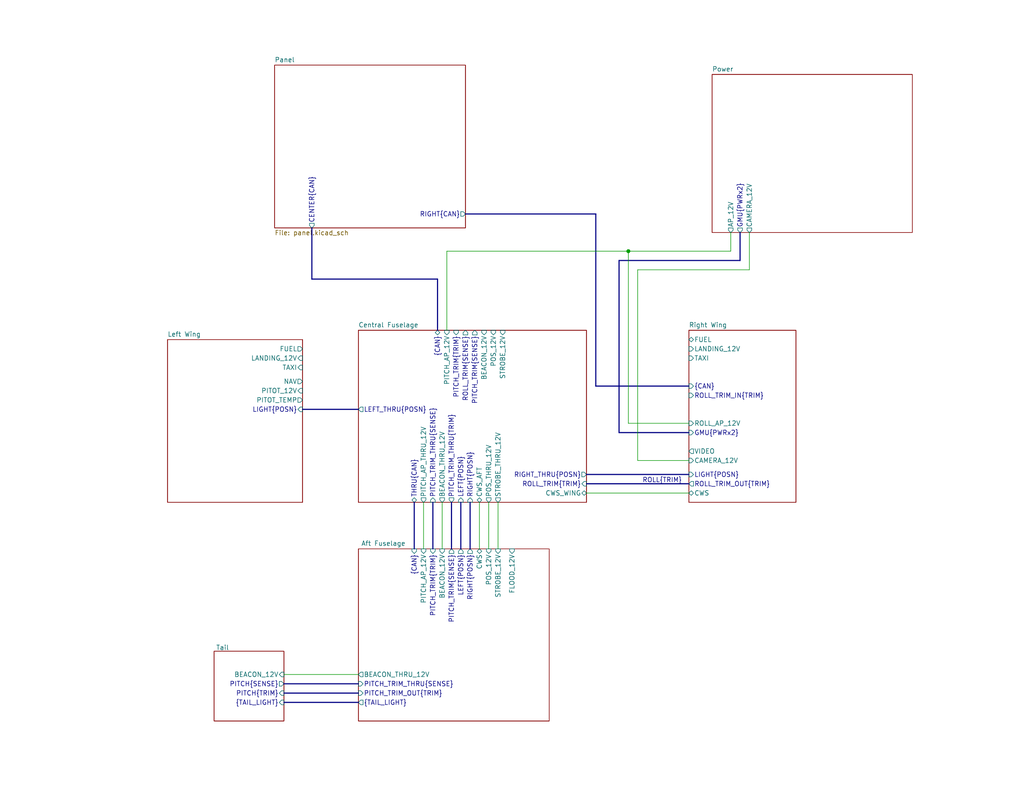
<source format=kicad_sch>
(kicad_sch
	(version 20250114)
	(generator "eeschema")
	(generator_version "9.0")
	(uuid "8f70a519-989e-4461-b188-ee220b2df3e4")
	(paper "USLetter")
	(title_block
		(title "RV-7 Electrical")
		(date "2025-08-19")
		(rev "1")
		(company "Ivan Dubrov")
	)
	(lib_symbols)
	(bus_alias "CAN"
		(members "HI" "LO")
	)
	(bus_alias "TAIL_LIGHT"
		(members "TAIL+" "TAIL-" "SHIELD")
	)
	(junction
		(at 171.45 68.58)
		(diameter 0)
		(color 0 0 0 0)
		(uuid "d4575588-3fe9-42d2-bdd3-59f835c30f00")
	)
	(bus
		(pts
			(xy 77.47 189.23) (xy 97.79 189.23)
		)
		(stroke
			(width 0)
			(type default)
		)
		(uuid "079fa061-7507-48bf-90af-35b05a82cbe4")
	)
	(wire
		(pts
			(xy 115.57 137.16) (xy 115.57 149.86)
		)
		(stroke
			(width 0)
			(type default)
		)
		(uuid "0b0ddbd3-541e-474d-8e0e-e395e248b1a6")
	)
	(wire
		(pts
			(xy 204.47 73.66) (xy 173.99 73.66)
		)
		(stroke
			(width 0)
			(type default)
		)
		(uuid "236ffac4-f536-4c4d-aa4f-4e8c66e04796")
	)
	(wire
		(pts
			(xy 130.81 137.16) (xy 130.81 149.86)
		)
		(stroke
			(width 0)
			(type default)
		)
		(uuid "2c1d7ac8-acc2-4998-be74-b28713874a4a")
	)
	(wire
		(pts
			(xy 204.47 63.5) (xy 204.47 73.66)
		)
		(stroke
			(width 0)
			(type default)
		)
		(uuid "3aee22f6-11d4-4a63-b181-7c3fc20259a6")
	)
	(bus
		(pts
			(xy 162.56 58.42) (xy 127 58.42)
		)
		(stroke
			(width 0)
			(type default)
		)
		(uuid "3c400346-fb89-4c70-bead-f264c79523f2")
	)
	(wire
		(pts
			(xy 77.47 184.15) (xy 97.79 184.15)
		)
		(stroke
			(width 0)
			(type default)
		)
		(uuid "3d3801af-3cdf-4bc9-96ed-753f9f682a93")
	)
	(bus
		(pts
			(xy 85.09 62.23) (xy 85.09 76.2)
		)
		(stroke
			(width 0)
			(type default)
		)
		(uuid "3f8d1cc9-d321-43f7-a276-425bcef16265")
	)
	(bus
		(pts
			(xy 160.02 132.08) (xy 187.96 132.08)
		)
		(stroke
			(width 0)
			(type default)
		)
		(uuid "4c3b15c4-5d81-4fbd-8bcf-d6868ba9213b")
	)
	(wire
		(pts
			(xy 199.39 63.5) (xy 199.39 68.58)
		)
		(stroke
			(width 0)
			(type default)
		)
		(uuid "515c561e-0167-4927-8284-1dc295178d84")
	)
	(wire
		(pts
			(xy 171.45 68.58) (xy 171.45 115.57)
		)
		(stroke
			(width 0)
			(type default)
		)
		(uuid "51bebb95-41c1-4b70-b03e-9b266ab3a8e8")
	)
	(bus
		(pts
			(xy 118.11 137.16) (xy 118.11 149.86)
		)
		(stroke
			(width 0)
			(type default)
		)
		(uuid "56fa0bfd-a58d-46bf-a1d7-e7d29173109d")
	)
	(bus
		(pts
			(xy 128.27 137.16) (xy 128.27 149.86)
		)
		(stroke
			(width 0)
			(type default)
		)
		(uuid "57c4d3e9-47fa-4574-af52-d5795c8d67c4")
	)
	(wire
		(pts
			(xy 173.99 125.73) (xy 187.96 125.73)
		)
		(stroke
			(width 0)
			(type default)
		)
		(uuid "59aebad4-3016-425b-8d60-3479f4409713")
	)
	(bus
		(pts
			(xy 123.19 137.16) (xy 123.19 149.86)
		)
		(stroke
			(width 0)
			(type default)
		)
		(uuid "5f3bef1c-9cd6-49ee-ae71-17ecece8b28e")
	)
	(bus
		(pts
			(xy 77.47 186.69) (xy 97.79 186.69)
		)
		(stroke
			(width 0)
			(type default)
		)
		(uuid "605cc4bf-a85c-407f-bb7d-eac3909f3ace")
	)
	(wire
		(pts
			(xy 121.92 90.17) (xy 121.92 68.58)
		)
		(stroke
			(width 0)
			(type default)
		)
		(uuid "69343e3e-1ffe-4851-a9a5-eb0814ccaa51")
	)
	(wire
		(pts
			(xy 135.89 137.16) (xy 135.89 149.86)
		)
		(stroke
			(width 0)
			(type default)
		)
		(uuid "733ac974-279e-4c21-9513-f0569564e60f")
	)
	(bus
		(pts
			(xy 85.09 76.2) (xy 119.38 76.2)
		)
		(stroke
			(width 0)
			(type default)
		)
		(uuid "7536cbca-398b-4893-9b94-54b421456ce8")
	)
	(wire
		(pts
			(xy 173.99 73.66) (xy 173.99 125.73)
		)
		(stroke
			(width 0)
			(type default)
		)
		(uuid "78979d25-ee71-48d0-97f3-865bacdb0fe1")
	)
	(bus
		(pts
			(xy 201.93 71.12) (xy 201.93 63.5)
		)
		(stroke
			(width 0)
			(type default)
		)
		(uuid "89952b39-5fb5-4edc-9361-983b5f19ff5e")
	)
	(wire
		(pts
			(xy 133.35 137.16) (xy 133.35 149.86)
		)
		(stroke
			(width 0)
			(type default)
		)
		(uuid "89967d3c-ec1b-49c9-a514-0151ea7a7ea2")
	)
	(bus
		(pts
			(xy 168.91 118.11) (xy 168.91 71.12)
		)
		(stroke
			(width 0)
			(type default)
		)
		(uuid "8b9a7370-9af6-471c-84ad-e7ead56f2a70")
	)
	(bus
		(pts
			(xy 160.02 129.54) (xy 187.96 129.54)
		)
		(stroke
			(width 0)
			(type default)
		)
		(uuid "8eab1ffa-f36f-49ef-8553-bee10209f19f")
	)
	(wire
		(pts
			(xy 199.39 68.58) (xy 171.45 68.58)
		)
		(stroke
			(width 0)
			(type default)
		)
		(uuid "92e17004-e49e-4fbf-9670-a0d3f87d9601")
	)
	(bus
		(pts
			(xy 113.03 137.16) (xy 113.03 149.86)
		)
		(stroke
			(width 0)
			(type default)
		)
		(uuid "93c2e5ee-729c-4bfd-b0f6-831c21303a37")
	)
	(bus
		(pts
			(xy 162.56 58.42) (xy 162.56 105.41)
		)
		(stroke
			(width 0)
			(type default)
		)
		(uuid "9aab3abe-be8f-4b7a-9ccb-14f450412e8d")
	)
	(wire
		(pts
			(xy 171.45 115.57) (xy 187.96 115.57)
		)
		(stroke
			(width 0)
			(type default)
		)
		(uuid "9b6798fd-7a7d-44ea-a467-f0a79a55465e")
	)
	(bus
		(pts
			(xy 187.96 118.11) (xy 168.91 118.11)
		)
		(stroke
			(width 0)
			(type default)
		)
		(uuid "a5ddc43f-bada-4b2a-bd27-53f285b17483")
	)
	(bus
		(pts
			(xy 168.91 71.12) (xy 201.93 71.12)
		)
		(stroke
			(width 0)
			(type default)
		)
		(uuid "b1057a84-d1f3-4509-ab26-bf75fd19417a")
	)
	(bus
		(pts
			(xy 187.96 105.41) (xy 162.56 105.41)
		)
		(stroke
			(width 0)
			(type default)
		)
		(uuid "ba53a015-56c9-453f-90aa-51dda4c356fc")
	)
	(wire
		(pts
			(xy 160.02 134.62) (xy 187.96 134.62)
		)
		(stroke
			(width 0)
			(type default)
		)
		(uuid "bdc25a90-46f9-4dbf-91b7-c90bd195055a")
	)
	(bus
		(pts
			(xy 125.73 137.16) (xy 125.73 149.86)
		)
		(stroke
			(width 0)
			(type default)
		)
		(uuid "ca448940-a10d-44d5-9a89-64b840221a12")
	)
	(wire
		(pts
			(xy 121.92 68.58) (xy 171.45 68.58)
		)
		(stroke
			(width 0)
			(type default)
		)
		(uuid "df980f55-a5c4-47e6-9846-d165def4f824")
	)
	(bus
		(pts
			(xy 77.47 191.77) (xy 97.79 191.77)
		)
		(stroke
			(width 0)
			(type default)
		)
		(uuid "e35a09c9-a11f-40d7-96a3-62c5ec81d62f")
	)
	(bus
		(pts
			(xy 119.38 76.2) (xy 119.38 90.17)
		)
		(stroke
			(width 0)
			(type default)
		)
		(uuid "ec8a97bf-d9b1-49a3-a4f1-491f93aa1fc4")
	)
	(wire
		(pts
			(xy 120.65 137.16) (xy 120.65 149.86)
		)
		(stroke
			(width 0)
			(type default)
		)
		(uuid "ef045b4b-4a31-4bbd-bbb3-8d1b016fb369")
	)
	(bus
		(pts
			(xy 82.55 111.76) (xy 97.79 111.76)
		)
		(stroke
			(width 0)
			(type default)
		)
		(uuid "fbacffb1-0c23-47b1-9bec-e15b094c816c")
	)
	(label "ROLL{TRIM}"
		(at 175.26 132.08 0)
		(effects
			(font
				(size 1.27 1.27)
			)
			(justify left bottom)
		)
		(uuid "84d25711-de83-4665-9a14-2db99145f76d")
	)
	(sheet
		(at 74.93 17.78)
		(size 52.07 44.45)
		(exclude_from_sim no)
		(in_bom yes)
		(on_board yes)
		(dnp no)
		(fields_autoplaced yes)
		(stroke
			(width 0.1524)
			(type solid)
		)
		(fill
			(color 0 0 0 0.0000)
		)
		(uuid "42ef676b-1ef8-420a-9c9c-db5f3a1ea4d7")
		(property "Sheetname" "Panel"
			(at 74.93 17.0684 0)
			(effects
				(font
					(size 1.27 1.27)
				)
				(justify left bottom)
			)
		)
		(property "Sheetfile" "panel.kicad_sch"
			(at 74.93 62.8146 0)
			(effects
				(font
					(size 1.27 1.27)
				)
				(justify left top)
			)
		)
		(pin "CENTER{CAN}" output
			(at 85.09 62.23 270)
			(uuid "bb32e1f1-613a-4065-b036-f42d08e9d221")
			(effects
				(font
					(size 1.27 1.27)
				)
				(justify left)
			)
		)
		(pin "RIGHT{CAN}" output
			(at 127 58.42 0)
			(uuid "eff3cc6b-e848-44f3-a103-310d8f10c783")
			(effects
				(font
					(size 1.27 1.27)
				)
				(justify right)
			)
		)
		(instances
			(project "electrical"
				(path "/8f70a519-989e-4461-b188-ee220b2df3e4"
					(page "7")
				)
			)
		)
	)
	(sheet
		(at 97.79 90.17)
		(size 62.23 46.99)
		(exclude_from_sim no)
		(in_bom yes)
		(on_board yes)
		(dnp no)
		(fields_autoplaced yes)
		(stroke
			(width 0.1524)
			(type solid)
		)
		(fill
			(color 0 0 0 0.0000)
		)
		(uuid "48c90ea3-f239-40ed-a156-b375cc20b5a8")
		(property "Sheetname" "Central Fuselage"
			(at 97.79 89.4584 0)
			(effects
				(font
					(size 1.27 1.27)
				)
				(justify left bottom)
			)
		)
		(property "Sheetfile" "fuse_central.kicad_sch"
			(at 97.79 137.7446 0)
			(effects
				(font
					(size 1.27 1.27)
				)
				(justify left top)
				(hide yes)
			)
		)
		(pin "ROLL_TRIM{TRIM}" input
			(at 160.02 132.08 0)
			(uuid "16296ab6-1702-4627-9997-5c7a9ec59726")
			(effects
				(font
					(size 1.27 1.27)
				)
				(justify right)
			)
		)
		(pin "RIGHT{POSN}" input
			(at 128.27 137.16 270)
			(uuid "942aa555-cfdf-4ec0-a4ac-cbb6af59be71")
			(effects
				(font
					(size 1.27 1.27)
				)
				(justify left)
			)
		)
		(pin "RIGHT_THRU{POSN}" output
			(at 160.02 129.54 0)
			(uuid "a475e6bc-3c68-469b-b509-c28d48adc36b")
			(effects
				(font
					(size 1.27 1.27)
				)
				(justify right)
			)
		)
		(pin "CWS_WING" bidirectional
			(at 160.02 134.62 0)
			(uuid "09eb727b-a83b-42df-82d7-ee6cf2ef751e")
			(effects
				(font
					(size 1.27 1.27)
				)
				(justify right)
			)
		)
		(pin "THRU{CAN}" bidirectional
			(at 113.03 137.16 270)
			(uuid "2a9d247c-7f41-4529-a818-8470b68c4c61")
			(effects
				(font
					(size 1.27 1.27)
				)
				(justify left)
			)
		)
		(pin "PITCH_TRIM_THRU{SENSE}" input
			(at 118.11 137.16 270)
			(uuid "865aad46-7f35-4771-879c-9de74d4532d6")
			(effects
				(font
					(size 1.27 1.27)
				)
				(justify left)
			)
		)
		(pin "PITCH_TRIM{SENSE}" output
			(at 129.54 90.17 90)
			(uuid "d3196fb3-a3ca-42a6-b7fe-2bc70d86238f")
			(effects
				(font
					(size 1.27 1.27)
				)
				(justify right)
			)
		)
		(pin "PITCH_TRIM_THRU{TRIM}" output
			(at 123.19 137.16 270)
			(uuid "d8ca694b-ffec-4f1c-8d8e-749eba63130f")
			(effects
				(font
					(size 1.27 1.27)
				)
				(justify left)
			)
		)
		(pin "ROLL_TRIM{SENSE}" output
			(at 127 90.17 90)
			(uuid "e0706664-5cc9-4399-b5c4-8e7810f82280")
			(effects
				(font
					(size 1.27 1.27)
				)
				(justify right)
			)
		)
		(pin "{CAN}" bidirectional
			(at 119.38 90.17 90)
			(uuid "a0232365-147e-4ba6-8128-bdc1308d9cb1")
			(effects
				(font
					(size 1.27 1.27)
				)
				(justify right)
			)
		)
		(pin "PITCH_TRIM{TRIM}" input
			(at 124.46 90.17 90)
			(uuid "4dc90ecc-24dc-456b-8603-ca39e32d3969")
			(effects
				(font
					(size 1.27 1.27)
				)
				(justify right)
			)
		)
		(pin "CWS_AFT" bidirectional
			(at 130.81 137.16 270)
			(uuid "b7da4db8-598a-4ffe-b1b9-47e86abbbf52")
			(effects
				(font
					(size 1.27 1.27)
				)
				(justify left)
			)
		)
		(pin "LEFT{POSN}" input
			(at 125.73 137.16 270)
			(uuid "22bc2964-c902-4dc4-9c0a-72fc102f4c6d")
			(effects
				(font
					(size 1.27 1.27)
				)
				(justify left)
			)
		)
		(pin "LEFT_THRU{POSN}" output
			(at 97.79 111.76 180)
			(uuid "04933aa8-bc81-45cf-a3d4-57a4451d7eca")
			(effects
				(font
					(size 1.27 1.27)
				)
				(justify left)
			)
		)
		(pin "PITCH_AP_12V" input
			(at 121.92 90.17 90)
			(uuid "0a681081-a976-4fff-b8ce-20b06c6bfec7")
			(effects
				(font
					(size 1.27 1.27)
				)
				(justify right)
			)
		)
		(pin "PITCH_AP_THRU_12V" output
			(at 115.57 137.16 270)
			(uuid "88b5b811-6e60-4906-9b0b-8d53a69b8206")
			(effects
				(font
					(size 1.27 1.27)
				)
				(justify left)
			)
		)
		(pin "BEACON_12V" input
			(at 132.08 90.17 90)
			(uuid "abacfb4c-a23c-4a2e-87fd-03b67bbff36f")
			(effects
				(font
					(size 1.27 1.27)
				)
				(justify right)
			)
		)
		(pin "BEACON_THRU_12V" output
			(at 120.65 137.16 270)
			(uuid "554bc1a5-6c5f-49ba-8616-8311259d8f7d")
			(effects
				(font
					(size 1.27 1.27)
				)
				(justify left)
			)
		)
		(pin "POS_12V" input
			(at 134.62 90.17 90)
			(uuid "d964cadb-cffa-4ed0-8fd8-5984ffc86aac")
			(effects
				(font
					(size 1.27 1.27)
				)
				(justify right)
			)
		)
		(pin "POS_THRU_12V" output
			(at 133.35 137.16 270)
			(uuid "509fe6e5-6fb1-4812-b0d2-9c7c8cfccae9")
			(effects
				(font
					(size 1.27 1.27)
				)
				(justify left)
			)
		)
		(pin "STROBE_12V" input
			(at 137.16 90.17 90)
			(uuid "13f4f722-1592-4364-a606-12765ba6856d")
			(effects
				(font
					(size 1.27 1.27)
				)
				(justify right)
			)
		)
		(pin "STROBE_THRU_12V" output
			(at 135.89 137.16 270)
			(uuid "7349a44e-4189-4673-953e-f1b60ad0df07")
			(effects
				(font
					(size 1.27 1.27)
				)
				(justify left)
			)
		)
		(instances
			(project "electrical"
				(path "/8f70a519-989e-4461-b188-ee220b2df3e4"
					(page "4")
				)
			)
		)
	)
	(sheet
		(at 97.79 149.86)
		(size 52.07 46.99)
		(exclude_from_sim no)
		(in_bom yes)
		(on_board yes)
		(dnp no)
		(stroke
			(width 0.1524)
			(type solid)
		)
		(fill
			(color 0 0 0 0.0000)
		)
		(uuid "69d7ecad-b8ce-4764-a12f-3beba96a5092")
		(property "Sheetname" "Aft Fuselage"
			(at 98.552 149.098 0)
			(effects
				(font
					(size 1.27 1.27)
				)
				(justify left bottom)
			)
		)
		(property "Sheetfile" "fuse_aft.kicad_sch"
			(at 97.536 221.742 0)
			(effects
				(font
					(size 1.27 1.27)
				)
				(justify left top)
				(hide yes)
			)
		)
		(pin "CWS" bidirectional
			(at 130.81 149.86 90)
			(uuid "80b7da9c-d095-4756-8374-c6affb79ec06")
			(effects
				(font
					(size 1.27 1.27)
				)
				(justify right)
			)
		)
		(pin "PITCH_TRIM_OUT{TRIM}" input
			(at 97.79 189.23 180)
			(uuid "4267d7a5-495f-46fa-a70a-6967732c45be")
			(effects
				(font
					(size 1.27 1.27)
				)
				(justify left)
			)
		)
		(pin "RIGHT{POSN}" output
			(at 128.27 149.86 90)
			(uuid "da747424-6bf5-4c2a-948d-49c565f1c6ef")
			(effects
				(font
					(size 1.27 1.27)
				)
				(justify right)
			)
		)
		(pin "{CAN}" input
			(at 113.03 149.86 90)
			(uuid "f90bebdf-5f85-4f3c-8062-e4725cf094f6")
			(effects
				(font
					(size 1.27 1.27)
				)
				(justify right)
			)
		)
		(pin "PITCH_TRIM{SENSE}" output
			(at 123.19 149.86 90)
			(uuid "9fd41fad-4ae7-4f40-b1de-2cd9df71256c")
			(effects
				(font
					(size 1.27 1.27)
				)
				(justify right)
			)
		)
		(pin "PITCH_TRIM{TRIM}" input
			(at 118.11 149.86 90)
			(uuid "9c4b5cd0-e605-4087-9c46-20c198245e34")
			(effects
				(font
					(size 1.27 1.27)
				)
				(justify right)
			)
		)
		(pin "PITCH_TRIM_THRU{SENSE}" input
			(at 97.79 186.69 180)
			(uuid "cad77278-1d59-4f26-b400-8c6956b05797")
			(effects
				(font
					(size 1.27 1.27)
				)
				(justify left)
			)
		)
		(pin "{TAIL_LIGHT}" output
			(at 97.79 191.77 180)
			(uuid "0db41581-7fbb-4628-abaf-c14f01f78075")
			(effects
				(font
					(size 1.27 1.27)
				)
				(justify left)
			)
		)
		(pin "LEFT{POSN}" output
			(at 125.73 149.86 90)
			(uuid "c59de22d-8166-43ba-a62d-4cc3ad548886")
			(effects
				(font
					(size 1.27 1.27)
				)
				(justify right)
			)
		)
		(pin "PITCH_AP_12V" input
			(at 115.57 149.86 90)
			(uuid "59cb17a0-5d9b-4c1c-af80-5ccb56341431")
			(effects
				(font
					(size 1.27 1.27)
				)
				(justify right)
			)
		)
		(pin "BEACON_12V" input
			(at 120.65 149.86 90)
			(uuid "97d701d0-bebf-4499-8b77-d632514c635b")
			(effects
				(font
					(size 1.27 1.27)
				)
				(justify right)
			)
		)
		(pin "BEACON_THRU_12V" output
			(at 97.79 184.15 180)
			(uuid "83dbf3eb-d441-4e35-82c8-7bfda62ab116")
			(effects
				(font
					(size 1.27 1.27)
				)
				(justify left)
			)
		)
		(pin "FLOOD_12V" input
			(at 139.7 149.86 90)
			(uuid "962c2423-311a-4388-9377-edb2cd473a4f")
			(effects
				(font
					(size 1.27 1.27)
				)
				(justify right)
			)
		)
		(pin "POS_12V" input
			(at 133.35 149.86 90)
			(uuid "7eadf654-6af3-4295-babc-81dd4ba82dff")
			(effects
				(font
					(size 1.27 1.27)
				)
				(justify right)
			)
		)
		(pin "STROBE_12V" input
			(at 135.89 149.86 90)
			(uuid "dded012e-13d6-46ac-a905-c0f4812110c2")
			(effects
				(font
					(size 1.27 1.27)
				)
				(justify right)
			)
		)
		(instances
			(project "electrical"
				(path "/8f70a519-989e-4461-b188-ee220b2df3e4"
					(page "5")
				)
			)
		)
	)
	(sheet
		(at 58.42 177.8)
		(size 19.05 19.05)
		(exclude_from_sim no)
		(in_bom yes)
		(on_board yes)
		(dnp no)
		(stroke
			(width 0.1524)
			(type solid)
		)
		(fill
			(color 0 0 0 0.0000)
		)
		(uuid "6a0876a6-d767-42aa-8ef9-182a033b237f")
		(property "Sheetname" "Tail"
			(at 58.928 177.546 0)
			(effects
				(font
					(size 1.27 1.27)
				)
				(justify left bottom)
			)
		)
		(property "Sheetfile" "fuse_tail.kicad_sch"
			(at 78.0546 196.85 90)
			(effects
				(font
					(size 1.27 1.27)
				)
				(justify left top)
				(hide yes)
			)
		)
		(pin "PITCH{TRIM}" input
			(at 77.47 189.23 0)
			(uuid "4f0fa682-d19e-4408-890f-73c673d29298")
			(effects
				(font
					(size 1.27 1.27)
				)
				(justify right)
			)
		)
		(pin "PITCH{SENSE}" output
			(at 77.47 186.69 0)
			(uuid "afecd57f-c8ff-4b23-a459-067cf4466281")
			(effects
				(font
					(size 1.27 1.27)
				)
				(justify right)
			)
		)
		(pin "{TAIL_LIGHT}" input
			(at 77.47 191.77 0)
			(uuid "409e7ed5-d865-44c8-b809-46d258ef5e5c")
			(effects
				(font
					(size 1.27 1.27)
				)
				(justify right)
			)
		)
		(pin "BEACON_12V" input
			(at 77.47 184.15 0)
			(uuid "3376069b-e101-4f95-9032-3ee4d1fa6ac4")
			(effects
				(font
					(size 1.27 1.27)
				)
				(justify right)
			)
		)
		(instances
			(project "electrical"
				(path "/8f70a519-989e-4461-b188-ee220b2df3e4"
					(page "6")
				)
			)
		)
	)
	(sheet
		(at 194.31 20.32)
		(size 54.61 43.18)
		(exclude_from_sim no)
		(in_bom yes)
		(on_board yes)
		(dnp no)
		(fields_autoplaced yes)
		(stroke
			(width 0.1524)
			(type solid)
		)
		(fill
			(color 0 0 0 0.0000)
		)
		(uuid "6f86c309-f121-4276-9aff-19eb031f5137")
		(property "Sheetname" "Power"
			(at 194.31 19.6084 0)
			(effects
				(font
					(size 1.27 1.27)
				)
				(justify left bottom)
			)
		)
		(property "Sheetfile" "power.kicad_sch"
			(at 194.31 64.0846 0)
			(effects
				(font
					(size 1.27 1.27)
				)
				(justify left top)
				(hide yes)
			)
		)
		(pin "GMU{PWRx2}" output
			(at 201.93 63.5 270)
			(uuid "a154fb7a-59a1-4948-954e-7a1d3f713edc")
			(effects
				(font
					(size 1.27 1.27)
				)
				(justify left)
			)
		)
		(pin "AP_12V" output
			(at 199.39 63.5 270)
			(uuid "d663bbe6-84c8-4841-9639-8d4266db7f7b")
			(effects
				(font
					(size 1.27 1.27)
				)
				(justify left)
			)
		)
		(pin "CAMERA_12V" output
			(at 204.47 63.5 270)
			(uuid "0139ef87-ec92-4c50-bd59-c79469a6b83a")
			(effects
				(font
					(size 1.27 1.27)
				)
				(justify left)
			)
		)
		(instances
			(project "electrical"
				(path "/8f70a519-989e-4461-b188-ee220b2df3e4"
					(page "8")
				)
			)
		)
	)
	(sheet
		(at 45.72 92.71)
		(size 36.83 44.45)
		(exclude_from_sim no)
		(in_bom yes)
		(on_board yes)
		(dnp no)
		(fields_autoplaced yes)
		(stroke
			(width 0.1524)
			(type solid)
		)
		(fill
			(color 0 0 0 0.0000)
		)
		(uuid "e072061e-a93d-46df-af9c-1a54acb5961b")
		(property "Sheetname" "Left Wing"
			(at 45.72 91.9984 0)
			(effects
				(font
					(size 1.27 1.27)
				)
				(justify left bottom)
			)
		)
		(property "Sheetfile" "wing_left.kicad_sch"
			(at 45.72 137.7446 0)
			(effects
				(font
					(size 1.27 1.27)
				)
				(justify left top)
				(hide yes)
			)
		)
		(pin "TAXI" input
			(at 82.55 100.33 0)
			(uuid "e9af2ba2-6524-4a06-aeee-61d969a6ac69")
			(effects
				(font
					(size 1.27 1.27)
				)
				(justify right)
			)
		)
		(pin "LIGHT{POSN}" input
			(at 82.55 111.76 0)
			(uuid "998336fd-0568-4ca2-9467-52361773d4f9")
			(effects
				(font
					(size 1.27 1.27)
				)
				(justify right)
			)
		)
		(pin "PITOT_TEMP" output
			(at 82.55 109.22 0)
			(uuid "3761beee-e08b-433c-82a4-da9e4206dcb2")
			(effects
				(font
					(size 1.27 1.27)
				)
				(justify right)
			)
		)
		(pin "FUEL" output
			(at 82.55 95.25 0)
			(uuid "e928f1d7-9954-49c0-b7b8-1d28f50cb19b")
			(effects
				(font
					(size 1.27 1.27)
				)
				(justify right)
			)
		)
		(pin "LANDING_12V" input
			(at 82.55 97.79 0)
			(uuid "59d7c6ba-5efb-439d-9ed5-aba2c7a19473")
			(effects
				(font
					(size 1.27 1.27)
				)
				(justify right)
			)
		)
		(pin "NAV" output
			(at 82.55 104.14 0)
			(uuid "adc4fe31-37a3-4953-9b6a-dfc11f8aec3d")
			(effects
				(font
					(size 1.27 1.27)
				)
				(justify right)
			)
		)
		(pin "PITOT_12V" input
			(at 82.55 106.68 0)
			(uuid "cca75c04-7e6a-4b67-aa06-ca93f017fe05")
			(effects
				(font
					(size 1.27 1.27)
				)
				(justify right)
			)
		)
		(instances
			(project "electrical"
				(path "/8f70a519-989e-4461-b188-ee220b2df3e4"
					(page "3")
				)
			)
		)
	)
	(sheet
		(at 187.96 90.17)
		(size 29.21 46.99)
		(exclude_from_sim no)
		(in_bom yes)
		(on_board yes)
		(dnp no)
		(fields_autoplaced yes)
		(stroke
			(width 0.1524)
			(type solid)
		)
		(fill
			(color 0 0 0 0.0000)
		)
		(uuid "f266f601-3447-4e3f-991e-e9c3306533eb")
		(property "Sheetname" "Right Wing"
			(at 187.96 89.4584 0)
			(effects
				(font
					(size 1.27 1.27)
				)
				(justify left bottom)
			)
		)
		(property "Sheetfile" "wing_right.kicad_sch"
			(at 187.96 137.7446 0)
			(effects
				(font
					(size 1.27 1.27)
				)
				(justify left top)
				(hide yes)
			)
		)
		(pin "CWS" bidirectional
			(at 187.96 134.62 180)
			(uuid "2be42815-4a04-467a-b9b8-ae878b2607ff")
			(effects
				(font
					(size 1.27 1.27)
				)
				(justify left)
			)
		)
		(pin "TAXI" input
			(at 187.96 97.79 180)
			(uuid "e4b48e43-71f0-4569-9281-42934789886d")
			(effects
				(font
					(size 1.27 1.27)
				)
				(justify left)
			)
		)
		(pin "ROLL_TRIM_OUT{TRIM}" output
			(at 187.96 132.08 180)
			(uuid "374efab8-ba60-4b56-ab12-cb5072a5ae23")
			(effects
				(font
					(size 1.27 1.27)
				)
				(justify left)
			)
		)
		(pin "ROLL_TRIM_IN{TRIM}" input
			(at 187.96 107.95 180)
			(uuid "14ebbfd2-b293-4990-8147-6b6283bda79f")
			(effects
				(font
					(size 1.27 1.27)
				)
				(justify left)
			)
		)
		(pin "GMU{PWRx2}" input
			(at 187.96 118.11 180)
			(uuid "e6660ff2-44ff-42d7-afba-cddd72b5114c")
			(effects
				(font
					(size 1.27 1.27)
				)
				(justify left)
			)
		)
		(pin "LIGHT{POSN}" input
			(at 187.96 129.54 180)
			(uuid "3c1aca40-591f-4a16-a8d1-54f19d7e36c6")
			(effects
				(font
					(size 1.27 1.27)
				)
				(justify left)
			)
		)
		(pin "{CAN}" input
			(at 187.96 105.41 180)
			(uuid "ad9787cf-5303-47c2-97e4-52fb1b35044b")
			(effects
				(font
					(size 1.27 1.27)
				)
				(justify left)
			)
		)
		(pin "ROLL_AP_12V" input
			(at 187.96 115.57 180)
			(uuid "f4ff50ba-290e-4795-a44a-7a682741e78a")
			(effects
				(font
					(size 1.27 1.27)
				)
				(justify left)
			)
		)
		(pin "FUEL" bidirectional
			(at 187.96 92.71 180)
			(uuid "fa1c4de0-ac9e-4734-b9a8-3df36c347c22")
			(effects
				(font
					(size 1.27 1.27)
				)
				(justify left)
			)
		)
		(pin "LANDING_12V" input
			(at 187.96 95.25 180)
			(uuid "6f982198-69b5-4aee-ab6a-6b6111f64ca9")
			(effects
				(font
					(size 1.27 1.27)
				)
				(justify left)
			)
		)
		(pin "VIDEO" output
			(at 187.96 123.19 180)
			(uuid "7e34b3d8-606e-4e74-8375-3b0f6486de5d")
			(effects
				(font
					(size 1.27 1.27)
				)
				(justify left)
			)
		)
		(pin "CAMERA_12V" input
			(at 187.96 125.73 180)
			(uuid "0555f923-f752-43dc-9b76-b1b1b4e0c9e1")
			(effects
				(font
					(size 1.27 1.27)
				)
				(justify left)
			)
		)
		(instances
			(project "electrical"
				(path "/8f70a519-989e-4461-b188-ee220b2df3e4"
					(page "2")
				)
			)
		)
	)
	(sheet_instances
		(path "/"
			(page "1")
		)
	)
	(embedded_fonts no)
)

</source>
